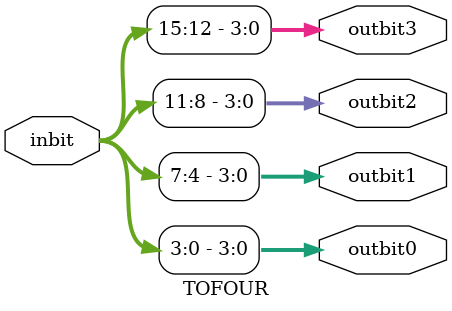
<source format=sv>
`timescale 1ns / 1ps

module TOFOUR(
    input logic [15:0] inbit,
    output logic [3:0] outbit0,
    output logic [3:0] outbit1,
    output logic [3:0] outbit2,
    output logic [3:0] outbit3
    );
    
    always_comb begin
        outbit0 = inbit[3:0];
        outbit1 = inbit[7:4];
        outbit2 = inbit[11:8];
        outbit3 = inbit[15:12];
       
    end
endmodule


</source>
